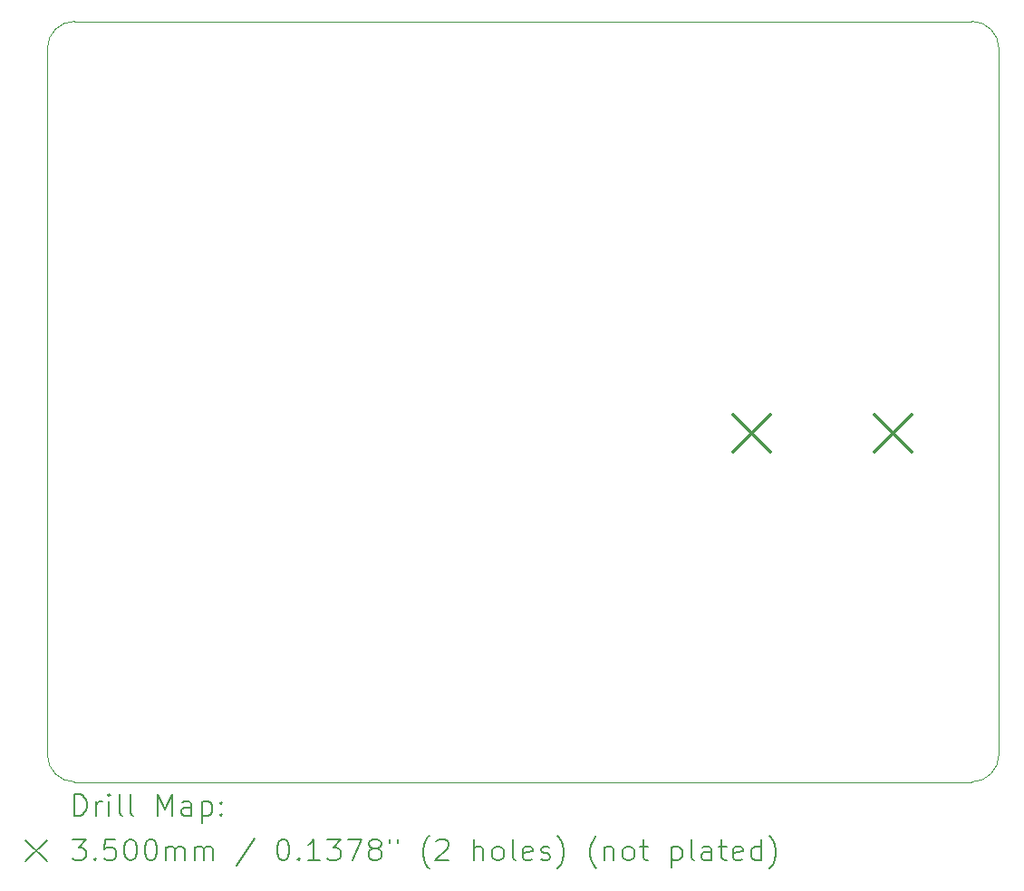
<source format=gbr>
%TF.GenerationSoftware,KiCad,Pcbnew,(6.0.7)*%
%TF.CreationDate,2022-08-09T22:59:19-05:00*%
%TF.ProjectId,garage-door_opener,67617261-6765-42d6-946f-6f725f6f7065,rev?*%
%TF.SameCoordinates,Original*%
%TF.FileFunction,Drillmap*%
%TF.FilePolarity,Positive*%
%FSLAX45Y45*%
G04 Gerber Fmt 4.5, Leading zero omitted, Abs format (unit mm)*
G04 Created by KiCad (PCBNEW (6.0.7)) date 2022-08-09 22:59:19*
%MOMM*%
%LPD*%
G01*
G04 APERTURE LIST*
%ADD10C,0.100000*%
%ADD11C,0.200000*%
%ADD12C,0.350000*%
G04 APERTURE END LIST*
D10*
X12700000Y-10668000D02*
G75*
G03*
X12954000Y-10922000I254000J0D01*
G01*
X21590000Y-4064000D02*
G75*
G03*
X21336000Y-3810000I-254000J0D01*
G01*
X21336000Y-10922000D02*
G75*
G03*
X21590000Y-10668000I0J254000D01*
G01*
X12954000Y-10922000D02*
X21336000Y-10922000D01*
X21590000Y-10668000D02*
X21590000Y-4064000D01*
X12954000Y-3810000D02*
G75*
G03*
X12700000Y-4064000I0J-254000D01*
G01*
X21336000Y-3810000D02*
X12954000Y-3810000D01*
X12700000Y-4064000D02*
X12700000Y-10668000D01*
D11*
D12*
X19103600Y-7489400D02*
X19453600Y-7839400D01*
X19453600Y-7489400D02*
X19103600Y-7839400D01*
X20424400Y-7489400D02*
X20774400Y-7839400D01*
X20774400Y-7489400D02*
X20424400Y-7839400D01*
D11*
X12952619Y-11237476D02*
X12952619Y-11037476D01*
X13000238Y-11037476D01*
X13028809Y-11047000D01*
X13047857Y-11066048D01*
X13057381Y-11085095D01*
X13066905Y-11123190D01*
X13066905Y-11151762D01*
X13057381Y-11189857D01*
X13047857Y-11208905D01*
X13028809Y-11227952D01*
X13000238Y-11237476D01*
X12952619Y-11237476D01*
X13152619Y-11237476D02*
X13152619Y-11104143D01*
X13152619Y-11142238D02*
X13162143Y-11123190D01*
X13171667Y-11113667D01*
X13190714Y-11104143D01*
X13209762Y-11104143D01*
X13276428Y-11237476D02*
X13276428Y-11104143D01*
X13276428Y-11037476D02*
X13266905Y-11047000D01*
X13276428Y-11056524D01*
X13285952Y-11047000D01*
X13276428Y-11037476D01*
X13276428Y-11056524D01*
X13400238Y-11237476D02*
X13381190Y-11227952D01*
X13371667Y-11208905D01*
X13371667Y-11037476D01*
X13505000Y-11237476D02*
X13485952Y-11227952D01*
X13476428Y-11208905D01*
X13476428Y-11037476D01*
X13733571Y-11237476D02*
X13733571Y-11037476D01*
X13800238Y-11180333D01*
X13866905Y-11037476D01*
X13866905Y-11237476D01*
X14047857Y-11237476D02*
X14047857Y-11132714D01*
X14038333Y-11113667D01*
X14019286Y-11104143D01*
X13981190Y-11104143D01*
X13962143Y-11113667D01*
X14047857Y-11227952D02*
X14028809Y-11237476D01*
X13981190Y-11237476D01*
X13962143Y-11227952D01*
X13952619Y-11208905D01*
X13952619Y-11189857D01*
X13962143Y-11170810D01*
X13981190Y-11161286D01*
X14028809Y-11161286D01*
X14047857Y-11151762D01*
X14143095Y-11104143D02*
X14143095Y-11304143D01*
X14143095Y-11113667D02*
X14162143Y-11104143D01*
X14200238Y-11104143D01*
X14219286Y-11113667D01*
X14228809Y-11123190D01*
X14238333Y-11142238D01*
X14238333Y-11199381D01*
X14228809Y-11218428D01*
X14219286Y-11227952D01*
X14200238Y-11237476D01*
X14162143Y-11237476D01*
X14143095Y-11227952D01*
X14324048Y-11218428D02*
X14333571Y-11227952D01*
X14324048Y-11237476D01*
X14314524Y-11227952D01*
X14324048Y-11218428D01*
X14324048Y-11237476D01*
X14324048Y-11113667D02*
X14333571Y-11123190D01*
X14324048Y-11132714D01*
X14314524Y-11123190D01*
X14324048Y-11113667D01*
X14324048Y-11132714D01*
X12495000Y-11467000D02*
X12695000Y-11667000D01*
X12695000Y-11467000D02*
X12495000Y-11667000D01*
X12933571Y-11457476D02*
X13057381Y-11457476D01*
X12990714Y-11533667D01*
X13019286Y-11533667D01*
X13038333Y-11543190D01*
X13047857Y-11552714D01*
X13057381Y-11571762D01*
X13057381Y-11619381D01*
X13047857Y-11638428D01*
X13038333Y-11647952D01*
X13019286Y-11657476D01*
X12962143Y-11657476D01*
X12943095Y-11647952D01*
X12933571Y-11638428D01*
X13143095Y-11638428D02*
X13152619Y-11647952D01*
X13143095Y-11657476D01*
X13133571Y-11647952D01*
X13143095Y-11638428D01*
X13143095Y-11657476D01*
X13333571Y-11457476D02*
X13238333Y-11457476D01*
X13228809Y-11552714D01*
X13238333Y-11543190D01*
X13257381Y-11533667D01*
X13305000Y-11533667D01*
X13324048Y-11543190D01*
X13333571Y-11552714D01*
X13343095Y-11571762D01*
X13343095Y-11619381D01*
X13333571Y-11638428D01*
X13324048Y-11647952D01*
X13305000Y-11657476D01*
X13257381Y-11657476D01*
X13238333Y-11647952D01*
X13228809Y-11638428D01*
X13466905Y-11457476D02*
X13485952Y-11457476D01*
X13505000Y-11467000D01*
X13514524Y-11476524D01*
X13524048Y-11495571D01*
X13533571Y-11533667D01*
X13533571Y-11581286D01*
X13524048Y-11619381D01*
X13514524Y-11638428D01*
X13505000Y-11647952D01*
X13485952Y-11657476D01*
X13466905Y-11657476D01*
X13447857Y-11647952D01*
X13438333Y-11638428D01*
X13428809Y-11619381D01*
X13419286Y-11581286D01*
X13419286Y-11533667D01*
X13428809Y-11495571D01*
X13438333Y-11476524D01*
X13447857Y-11467000D01*
X13466905Y-11457476D01*
X13657381Y-11457476D02*
X13676428Y-11457476D01*
X13695476Y-11467000D01*
X13705000Y-11476524D01*
X13714524Y-11495571D01*
X13724048Y-11533667D01*
X13724048Y-11581286D01*
X13714524Y-11619381D01*
X13705000Y-11638428D01*
X13695476Y-11647952D01*
X13676428Y-11657476D01*
X13657381Y-11657476D01*
X13638333Y-11647952D01*
X13628809Y-11638428D01*
X13619286Y-11619381D01*
X13609762Y-11581286D01*
X13609762Y-11533667D01*
X13619286Y-11495571D01*
X13628809Y-11476524D01*
X13638333Y-11467000D01*
X13657381Y-11457476D01*
X13809762Y-11657476D02*
X13809762Y-11524143D01*
X13809762Y-11543190D02*
X13819286Y-11533667D01*
X13838333Y-11524143D01*
X13866905Y-11524143D01*
X13885952Y-11533667D01*
X13895476Y-11552714D01*
X13895476Y-11657476D01*
X13895476Y-11552714D02*
X13905000Y-11533667D01*
X13924048Y-11524143D01*
X13952619Y-11524143D01*
X13971667Y-11533667D01*
X13981190Y-11552714D01*
X13981190Y-11657476D01*
X14076428Y-11657476D02*
X14076428Y-11524143D01*
X14076428Y-11543190D02*
X14085952Y-11533667D01*
X14105000Y-11524143D01*
X14133571Y-11524143D01*
X14152619Y-11533667D01*
X14162143Y-11552714D01*
X14162143Y-11657476D01*
X14162143Y-11552714D02*
X14171667Y-11533667D01*
X14190714Y-11524143D01*
X14219286Y-11524143D01*
X14238333Y-11533667D01*
X14247857Y-11552714D01*
X14247857Y-11657476D01*
X14638333Y-11447952D02*
X14466905Y-11705095D01*
X14895476Y-11457476D02*
X14914524Y-11457476D01*
X14933571Y-11467000D01*
X14943095Y-11476524D01*
X14952619Y-11495571D01*
X14962143Y-11533667D01*
X14962143Y-11581286D01*
X14952619Y-11619381D01*
X14943095Y-11638428D01*
X14933571Y-11647952D01*
X14914524Y-11657476D01*
X14895476Y-11657476D01*
X14876428Y-11647952D01*
X14866905Y-11638428D01*
X14857381Y-11619381D01*
X14847857Y-11581286D01*
X14847857Y-11533667D01*
X14857381Y-11495571D01*
X14866905Y-11476524D01*
X14876428Y-11467000D01*
X14895476Y-11457476D01*
X15047857Y-11638428D02*
X15057381Y-11647952D01*
X15047857Y-11657476D01*
X15038333Y-11647952D01*
X15047857Y-11638428D01*
X15047857Y-11657476D01*
X15247857Y-11657476D02*
X15133571Y-11657476D01*
X15190714Y-11657476D02*
X15190714Y-11457476D01*
X15171667Y-11486048D01*
X15152619Y-11505095D01*
X15133571Y-11514619D01*
X15314524Y-11457476D02*
X15438333Y-11457476D01*
X15371667Y-11533667D01*
X15400238Y-11533667D01*
X15419286Y-11543190D01*
X15428809Y-11552714D01*
X15438333Y-11571762D01*
X15438333Y-11619381D01*
X15428809Y-11638428D01*
X15419286Y-11647952D01*
X15400238Y-11657476D01*
X15343095Y-11657476D01*
X15324048Y-11647952D01*
X15314524Y-11638428D01*
X15505000Y-11457476D02*
X15638333Y-11457476D01*
X15552619Y-11657476D01*
X15743095Y-11543190D02*
X15724048Y-11533667D01*
X15714524Y-11524143D01*
X15705000Y-11505095D01*
X15705000Y-11495571D01*
X15714524Y-11476524D01*
X15724048Y-11467000D01*
X15743095Y-11457476D01*
X15781190Y-11457476D01*
X15800238Y-11467000D01*
X15809762Y-11476524D01*
X15819286Y-11495571D01*
X15819286Y-11505095D01*
X15809762Y-11524143D01*
X15800238Y-11533667D01*
X15781190Y-11543190D01*
X15743095Y-11543190D01*
X15724048Y-11552714D01*
X15714524Y-11562238D01*
X15705000Y-11581286D01*
X15705000Y-11619381D01*
X15714524Y-11638428D01*
X15724048Y-11647952D01*
X15743095Y-11657476D01*
X15781190Y-11657476D01*
X15800238Y-11647952D01*
X15809762Y-11638428D01*
X15819286Y-11619381D01*
X15819286Y-11581286D01*
X15809762Y-11562238D01*
X15800238Y-11552714D01*
X15781190Y-11543190D01*
X15895476Y-11457476D02*
X15895476Y-11495571D01*
X15971667Y-11457476D02*
X15971667Y-11495571D01*
X16266905Y-11733667D02*
X16257381Y-11724143D01*
X16238333Y-11695571D01*
X16228809Y-11676524D01*
X16219286Y-11647952D01*
X16209762Y-11600333D01*
X16209762Y-11562238D01*
X16219286Y-11514619D01*
X16228809Y-11486048D01*
X16238333Y-11467000D01*
X16257381Y-11438428D01*
X16266905Y-11428905D01*
X16333571Y-11476524D02*
X16343095Y-11467000D01*
X16362143Y-11457476D01*
X16409762Y-11457476D01*
X16428809Y-11467000D01*
X16438333Y-11476524D01*
X16447857Y-11495571D01*
X16447857Y-11514619D01*
X16438333Y-11543190D01*
X16324048Y-11657476D01*
X16447857Y-11657476D01*
X16685952Y-11657476D02*
X16685952Y-11457476D01*
X16771667Y-11657476D02*
X16771667Y-11552714D01*
X16762143Y-11533667D01*
X16743095Y-11524143D01*
X16714524Y-11524143D01*
X16695476Y-11533667D01*
X16685952Y-11543190D01*
X16895476Y-11657476D02*
X16876429Y-11647952D01*
X16866905Y-11638428D01*
X16857381Y-11619381D01*
X16857381Y-11562238D01*
X16866905Y-11543190D01*
X16876429Y-11533667D01*
X16895476Y-11524143D01*
X16924048Y-11524143D01*
X16943095Y-11533667D01*
X16952619Y-11543190D01*
X16962143Y-11562238D01*
X16962143Y-11619381D01*
X16952619Y-11638428D01*
X16943095Y-11647952D01*
X16924048Y-11657476D01*
X16895476Y-11657476D01*
X17076429Y-11657476D02*
X17057381Y-11647952D01*
X17047857Y-11628905D01*
X17047857Y-11457476D01*
X17228810Y-11647952D02*
X17209762Y-11657476D01*
X17171667Y-11657476D01*
X17152619Y-11647952D01*
X17143095Y-11628905D01*
X17143095Y-11552714D01*
X17152619Y-11533667D01*
X17171667Y-11524143D01*
X17209762Y-11524143D01*
X17228810Y-11533667D01*
X17238333Y-11552714D01*
X17238333Y-11571762D01*
X17143095Y-11590809D01*
X17314524Y-11647952D02*
X17333571Y-11657476D01*
X17371667Y-11657476D01*
X17390714Y-11647952D01*
X17400238Y-11628905D01*
X17400238Y-11619381D01*
X17390714Y-11600333D01*
X17371667Y-11590809D01*
X17343095Y-11590809D01*
X17324048Y-11581286D01*
X17314524Y-11562238D01*
X17314524Y-11552714D01*
X17324048Y-11533667D01*
X17343095Y-11524143D01*
X17371667Y-11524143D01*
X17390714Y-11533667D01*
X17466905Y-11733667D02*
X17476429Y-11724143D01*
X17495476Y-11695571D01*
X17505000Y-11676524D01*
X17514524Y-11647952D01*
X17524048Y-11600333D01*
X17524048Y-11562238D01*
X17514524Y-11514619D01*
X17505000Y-11486048D01*
X17495476Y-11467000D01*
X17476429Y-11438428D01*
X17466905Y-11428905D01*
X17828810Y-11733667D02*
X17819286Y-11724143D01*
X17800238Y-11695571D01*
X17790714Y-11676524D01*
X17781190Y-11647952D01*
X17771667Y-11600333D01*
X17771667Y-11562238D01*
X17781190Y-11514619D01*
X17790714Y-11486048D01*
X17800238Y-11467000D01*
X17819286Y-11438428D01*
X17828810Y-11428905D01*
X17905000Y-11524143D02*
X17905000Y-11657476D01*
X17905000Y-11543190D02*
X17914524Y-11533667D01*
X17933571Y-11524143D01*
X17962143Y-11524143D01*
X17981190Y-11533667D01*
X17990714Y-11552714D01*
X17990714Y-11657476D01*
X18114524Y-11657476D02*
X18095476Y-11647952D01*
X18085952Y-11638428D01*
X18076429Y-11619381D01*
X18076429Y-11562238D01*
X18085952Y-11543190D01*
X18095476Y-11533667D01*
X18114524Y-11524143D01*
X18143095Y-11524143D01*
X18162143Y-11533667D01*
X18171667Y-11543190D01*
X18181190Y-11562238D01*
X18181190Y-11619381D01*
X18171667Y-11638428D01*
X18162143Y-11647952D01*
X18143095Y-11657476D01*
X18114524Y-11657476D01*
X18238333Y-11524143D02*
X18314524Y-11524143D01*
X18266905Y-11457476D02*
X18266905Y-11628905D01*
X18276429Y-11647952D01*
X18295476Y-11657476D01*
X18314524Y-11657476D01*
X18533571Y-11524143D02*
X18533571Y-11724143D01*
X18533571Y-11533667D02*
X18552619Y-11524143D01*
X18590714Y-11524143D01*
X18609762Y-11533667D01*
X18619286Y-11543190D01*
X18628810Y-11562238D01*
X18628810Y-11619381D01*
X18619286Y-11638428D01*
X18609762Y-11647952D01*
X18590714Y-11657476D01*
X18552619Y-11657476D01*
X18533571Y-11647952D01*
X18743095Y-11657476D02*
X18724048Y-11647952D01*
X18714524Y-11628905D01*
X18714524Y-11457476D01*
X18905000Y-11657476D02*
X18905000Y-11552714D01*
X18895476Y-11533667D01*
X18876429Y-11524143D01*
X18838333Y-11524143D01*
X18819286Y-11533667D01*
X18905000Y-11647952D02*
X18885952Y-11657476D01*
X18838333Y-11657476D01*
X18819286Y-11647952D01*
X18809762Y-11628905D01*
X18809762Y-11609857D01*
X18819286Y-11590809D01*
X18838333Y-11581286D01*
X18885952Y-11581286D01*
X18905000Y-11571762D01*
X18971667Y-11524143D02*
X19047857Y-11524143D01*
X19000238Y-11457476D02*
X19000238Y-11628905D01*
X19009762Y-11647952D01*
X19028810Y-11657476D01*
X19047857Y-11657476D01*
X19190714Y-11647952D02*
X19171667Y-11657476D01*
X19133571Y-11657476D01*
X19114524Y-11647952D01*
X19105000Y-11628905D01*
X19105000Y-11552714D01*
X19114524Y-11533667D01*
X19133571Y-11524143D01*
X19171667Y-11524143D01*
X19190714Y-11533667D01*
X19200238Y-11552714D01*
X19200238Y-11571762D01*
X19105000Y-11590809D01*
X19371667Y-11657476D02*
X19371667Y-11457476D01*
X19371667Y-11647952D02*
X19352619Y-11657476D01*
X19314524Y-11657476D01*
X19295476Y-11647952D01*
X19285952Y-11638428D01*
X19276429Y-11619381D01*
X19276429Y-11562238D01*
X19285952Y-11543190D01*
X19295476Y-11533667D01*
X19314524Y-11524143D01*
X19352619Y-11524143D01*
X19371667Y-11533667D01*
X19447857Y-11733667D02*
X19457381Y-11724143D01*
X19476429Y-11695571D01*
X19485952Y-11676524D01*
X19495476Y-11647952D01*
X19505000Y-11600333D01*
X19505000Y-11562238D01*
X19495476Y-11514619D01*
X19485952Y-11486048D01*
X19476429Y-11467000D01*
X19457381Y-11438428D01*
X19447857Y-11428905D01*
M02*

</source>
